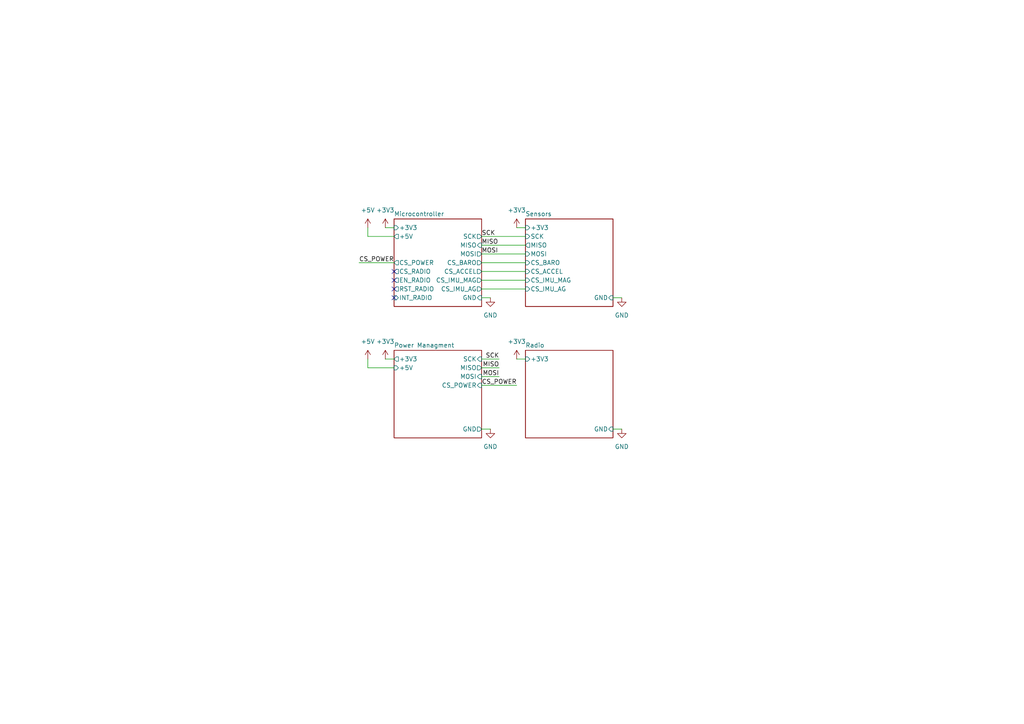
<source format=kicad_sch>
(kicad_sch (version 20250114) (generator "eeschema") (generator_version "9.0")
  (paper "A4")
  (title_block (title "Blaze NT Top Sheet") (rev "A") (company "UCSC Rocket Team"))
  (lib_symbols
    (symbol "power:+3V3" (power) (pin_numbers (hide yes)) (pin_names (offset 0) (hide yes))
      (property "Value" "+3V3" (at 0 3.556 0))
      (symbol "+3V3_0_1"
        (polyline (pts (xy -0.762 1.27) (xy 0 2.54)))
        (polyline (pts (xy 0 2.54) (xy 0.762 1.27)))
        (polyline (pts (xy 0 0) (xy 0 2.54)))
      )
      (symbol "+3V3_1_1"
        (pin power_in line (at 0 0 90) (length 0) (name "~") (number "1"))
      )
    )
    (symbol "power:+5V" (power) (pin_numbers (hide yes)) (pin_names (offset 0) (hide yes))
      (property "Value" "+5V" (at 0 3.556 0))
      (symbol "+5V_0_1"
        (polyline (pts (xy -0.762 1.27) (xy 0 2.54)))
        (polyline (pts (xy 0 2.54) (xy 0.762 1.27)))
        (polyline (pts (xy 0 0) (xy 0 2.54)))
      )
      (symbol "+5V_1_1"
        (pin power_in line (at 0 0 90) (length 0) (name "~") (number "1"))
      )
    )
    (symbol "power:GND" (power) (pin_numbers (hide yes)) (pin_names (offset 0) (hide yes))
      (property "Value" "GND" (at 0 -3.81 0))
      (symbol "GND_0_1"
        (polyline (pts (xy 0 0) (xy 0 -1.27) (xy 1.27 -1.27) (xy 0 -2.54) (xy -1.27 -1.27) (xy 0 -1.27)))
      )
      (symbol "GND_1_1"
        (pin power_in line (at 0 0 270) (length 0) (name "~") (number "1"))
      )
    )
  )
  (no_connect (at 114.3 81.28))
  (no_connect (at 114.3 83.82))
  (no_connect (at 114.3 78.74))
  (no_connect (at 114.3 86.36))
  (wire (pts (xy 139.7 71.12) (xy 152.4 71.12)))
  (wire (pts (xy 139.7 81.28) (xy 152.4 81.28)))
  (wire (pts (xy 106.68 68.58) (xy 114.3 68.58)))
  (wire (pts (xy 139.7 73.66) (xy 152.4 73.66)))
  (wire (pts (xy 177.8 86.36) (xy 180.34 86.36)))
  (wire (pts (xy 139.7 86.36) (xy 142.24 86.36)))
  (wire (pts (xy 144.78 106.68) (xy 139.7 106.68)))
  (wire (pts (xy 139.7 68.58) (xy 152.4 68.58)))
  (wire (pts (xy 139.7 83.82) (xy 152.4 83.82)))
  (wire (pts (xy 177.8 124.46) (xy 180.34 124.46)))
  (wire (pts (xy 144.78 109.22) (xy 139.7 109.22)))
  (wire (pts (xy 144.78 104.14) (xy 139.7 104.14)))
  (wire (pts (xy 139.7 76.2) (xy 152.4 76.2)))
  (wire (pts (xy 149.86 111.76) (xy 139.7 111.76)))
  (wire (pts (xy 106.68 106.68) (xy 114.3 106.68)))
  (wire (pts (xy 149.86 104.14) (xy 152.4 104.14)))
  (wire (pts (xy 139.7 78.74) (xy 152.4 78.74)))
  (wire (pts (xy 104.14 76.2) (xy 114.3 76.2)))
  (wire (pts (xy 111.76 104.14) (xy 114.3 104.14)))
  (wire (pts (xy 106.68 104.14) (xy 106.68 106.68)))
  (wire (pts (xy 106.68 66.04) (xy 106.68 68.58)))
  (wire (pts (xy 111.76 66.04) (xy 114.3 66.04)))
  (wire (pts (xy 149.86 66.04) (xy 152.4 66.04)))
  (wire (pts (xy 139.7 124.46) (xy 142.24 124.46)))
  (label "MISO" (at 144.78 106.68 180))
  (label "MOSI" (at 139.7 73.66 0))
  (label "CS_POWER" (at 104.14 76.2 0))
  (label "CS_POWER" (at 149.86 111.76 180))
  (label "MOSI" (at 144.78 109.22 180))
  (label "SCK" (at 144.78 104.14 180))
  (label "SCK" (at 139.7 68.58 0))
  (label "MISO" (at 139.7 71.12 0))
  (symbol (lib_id "power:+5V") (at 106.68 66.04 0) (unit 1)
    (property "Reference" "#PWR02" (effects (hide yes)))
    (property "Value" "+5V" (at 106.68 60.96 0))
    (property "Description" "Power symbol creates a global label with name \"+5V\"" (effects (hide yes)))
  )
  (symbol (lib_id "power:GND") (at 180.34 86.36 0) (unit 1)
    (property "Reference" "#PWR06" (effects (hide yes)))
    (property "Value" "GND" (at 180.34 91.44 0))
    (property "Description" "Power symbol creates a global label with name \"GND\" , ground" (effects (hide yes)))
  )
  (symbol (lib_id "power:+5V") (at 106.68 104.14 0) (unit 1)
    (property "Reference" "#PWR01" (effects (hide yes)))
    (property "Value" "+5V" (at 106.68 99.06 0))
    (property "Description" "Power symbol creates a global label with name \"+5V\"" (effects (hide yes)))
  )
  (symbol (lib_id "power:GND") (at 142.24 124.46 0) (unit 1)
    (property "Reference" "#PWR09" (effects (hide yes)))
    (property "Value" "GND" (at 142.24 129.54 0))
    (property "Description" "Power symbol creates a global label with name \"GND\" , ground" (effects (hide yes)))
  )
  (symbol (lib_id "power:+3V3") (at 149.86 66.04 0) (unit 1)
    (property "Reference" "#PWR04" (effects (hide yes)))
    (property "Value" "+3V3" (at 149.86 60.96 0))
    (property "Description" "Power symbol creates a global label with name \"+3V3\"" (effects (hide yes)))
  )
  (symbol (lib_id "power:+3V3") (at 111.76 66.04 0) (unit 1)
    (property "Reference" "#PWR03" (effects (hide yes)))
    (property "Value" "+3V3" (at 111.76 60.96 0))
    (property "Description" "Power symbol creates a global label with name \"+3V3\"" (effects (hide yes)))
  )
  (symbol (lib_id "power:GND") (at 142.24 86.36 0) (unit 1)
    (property "Reference" "#PWR05" (effects (hide yes)))
    (property "Value" "GND" (at 142.24 91.44 0))
    (property "Description" "Power symbol creates a global label with name \"GND\" , ground" (effects (hide yes)))
  )
  (symbol (lib_id "power:+3V3") (at 111.76 104.14 0) (unit 1)
    (property "Reference" "#PWR07" (effects (hide yes)))
    (property "Value" "+3V3" (at 111.76 99.06 0))
    (property "Description" "Power symbol creates a global label with name \"+3V3\"" (effects (hide yes)))
  )
  (symbol (lib_id "power:+3V3") (at 149.86 104.14 0) (unit 1)
    (property "Reference" "#PWR08" (effects (hide yes)))
    (property "Value" "+3V3" (at 149.86 99.06 0))
    (property "Description" "Power symbol creates a global label with name \"+3V3\"" (effects (hide yes)))
  )
  (symbol (lib_id "power:GND") (at 180.34 124.46 0) (unit 1)
    (property "Reference" "#PWR010" (effects (hide yes)))
    (property "Value" "GND" (at 180.34 129.54 0))
    (property "Description" "Power symbol creates a global label with name \"GND\" , ground" (effects (hide yes)))
  )
  (sheet (at 114.3 63.5) (size 25.4 25.4) (stroke (width 0.1524))
    (property "Sheetname" "Microcontroller" (at 114.3 62.7884 0) (effects (justify left bottom)))
    (property "Sheetfile" "microcontroller.kicad_sch" (effects (hide yes)))
    (pin "GND" input (at 139.7 86.36 0))
    (pin "INT_RADIO" input (at 114.3 86.36 180))
    (pin "CS_RADIO" output (at 114.3 78.74 180))
    (pin "EN_RADIO" output (at 114.3 81.28 180))
    (pin "RST_RADIO" output (at 114.3 83.82 180))
    (pin "CS_BARO" output (at 139.7 76.2 0))
    (pin "CS_ACCEL" output (at 139.7 78.74 0))
    (pin "CS_IMU_MAG" output (at 139.7 81.28 0))
    (pin "CS_IMU_AG" output (at 139.7 83.82 0))
    (pin "MOSI" output (at 139.7 73.66 0))
    (pin "SCK" output (at 139.7 68.58 0))
    (pin "MISO" input (at 139.7 71.12 0))
    (pin "+5V" output (at 114.3 68.58 180))
    (pin "+3V3" input (at 114.3 66.04 180))
    (pin "CS_POWER" output (at 114.3 76.2 180))
  )
  (sheet (at 152.4 101.6) (size 25.4 25.4) (stroke (width 0.1524))
    (property "Sheetname" "Radio" (at 152.4 100.8884 0) (effects (justify left bottom)))
    (property "Sheetfile" "Radio.kicad_sch" (effects (hide yes)))
    (pin "GND" input (at 177.8 124.46 0))
    (pin "+3V3" input (at 152.4 104.14 180))
  )
  (sheet (at 152.4 63.5) (size 25.4 25.4) (stroke (width 0.1524))
    (property "Sheetname" "Sensors" (at 152.4 62.7884 0) (effects (justify left bottom)))
    (property "Sheetfile" "sensors.kicad_sch" (effects (hide yes)))
    (pin "GND" input (at 177.8 86.36 0))
    (pin "CS_BARO" input (at 152.4 76.2 180))
    (pin "CS_ACCEL" input (at 152.4 78.74 180))
    (pin "SCK" input (at 152.4 68.58 180))
    (pin "CS_IMU_AG" input (at 152.4 83.82 180))
    (pin "CS_IMU_MAG" input (at 152.4 81.28 180))
    (pin "MISO" output (at 152.4 71.12 180))
    (pin "MOSI" input (at 152.4 73.66 180))
    (pin "+3V3" input (at 152.4 66.04 180))
  )
  (sheet (at 114.3 101.6) (size 25.4 25.4) (stroke (width 0.1524))
    (property "Sheetname" "Power Managment" (at 114.3 100.8884 0) (effects (justify left bottom)))
    (property "Sheetfile" "power-managment.kicad_sch" (effects (hide yes)))
    (pin "MOSI" input (at 139.7 109.22 0))
    (pin "GND" output (at 139.7 124.46 0))
    (pin "MISO" output (at 139.7 106.68 0))
    (pin "+3V3" output (at 114.3 104.14 180))
    (pin "CS_POWER" input (at 139.7 111.76 0))
    (pin "SCK" input (at 139.7 104.14 0))
    (pin "+5V" input (at 114.3 106.68 180))
  )
)
</source>
